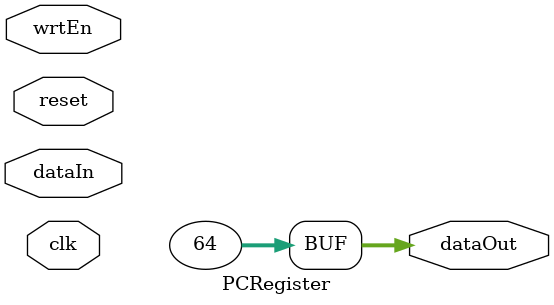
<source format=v>
module PCRegister(clk, reset, wrtEn, dataIn, dataOut);
	parameter BIT_WIDTH = 32;
	parameter RESET_VALUE = 0;
	
	input clk, reset, wrtEn;
	input[BIT_WIDTH - 1: 0] dataIn;
	output[BIT_WIDTH - 1: 0] dataOut = 32'h40;
	reg[BIT_WIDTH - 1: 0] dataOut;
	
	always @(posedge clk) begin
		if (reset == 1'b1)
			dataOut <= RESET_VALUE;
		else if (wrtEn == 1'b1)
			dataOut <= dataIn;
	end
	
endmodule
</source>
